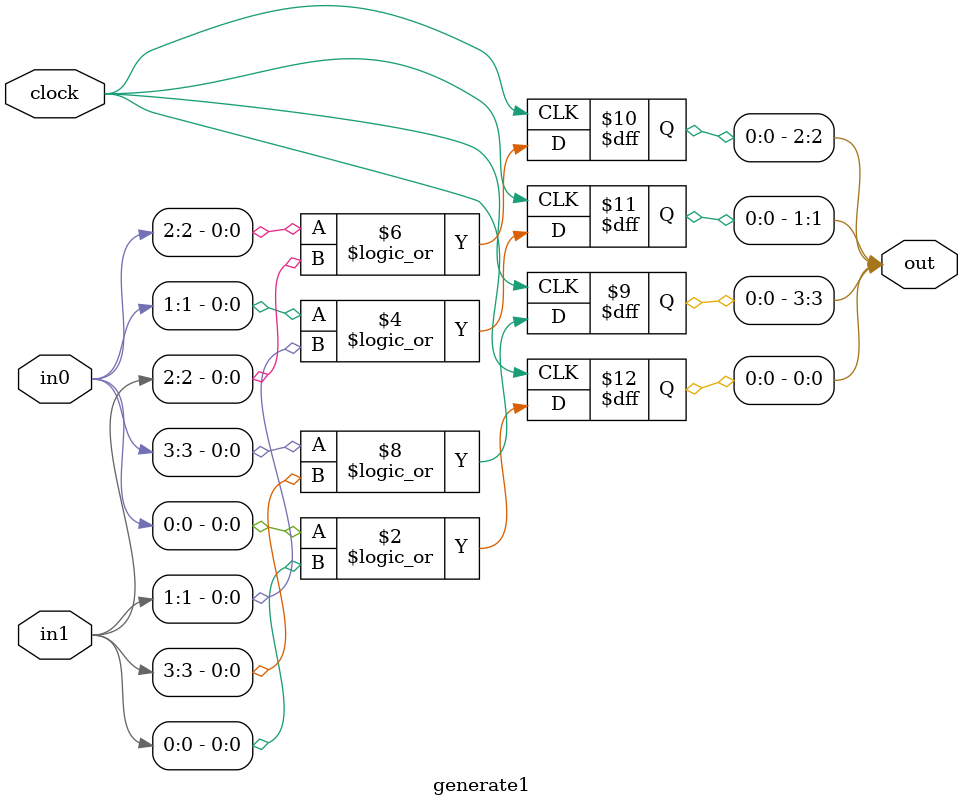
<source format=v>
module generate1
  #(parameter CONFIG = 0,
    parameter WIDTH = 4)
   (input wire clock,
    input wire [WIDTH-1:0] in0, in1,
    output reg [WIDTH-1:0] out);

   genvar i;

   generate
      for (i=0; i < WIDTH; i=i+1) begin: LOOP
         if (CONFIG == 0) begin
            always @(posedge clock) out[i] <= in0[i] || in1[i];
         end
         else begin
            always @(posedge clock) out[i] <= in0[i] && in1[i];
         end
      end
   endgenerate

endmodule

</source>
